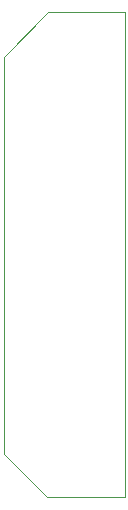
<source format=gbr>
%TF.GenerationSoftware,KiCad,Pcbnew,8.0.2*%
%TF.CreationDate,2024-05-10T00:02:01+09:00*%
%TF.ProjectId,pitch-convert2,70697463-682d-4636-9f6e-76657274322e,2*%
%TF.SameCoordinates,PX845dd70PY6fb6c78*%
%TF.FileFunction,Profile,NP*%
%FSLAX46Y46*%
G04 Gerber Fmt 4.6, Leading zero omitted, Abs format (unit mm)*
G04 Created by KiCad (PCBNEW 8.0.2) date 2024-05-10 00:02:01*
%MOMM*%
%LPD*%
G01*
G04 APERTURE LIST*
%TA.AperFunction,Profile*%
%ADD10C,0.100000*%
%TD*%
G04 APERTURE END LIST*
D10*
X10236200Y0D02*
X3657600Y0D01*
X0Y3683000D01*
X0Y37287200D01*
X3784600Y41071800D01*
X10236200Y41071800D01*
X10236200Y0D01*
M02*

</source>
